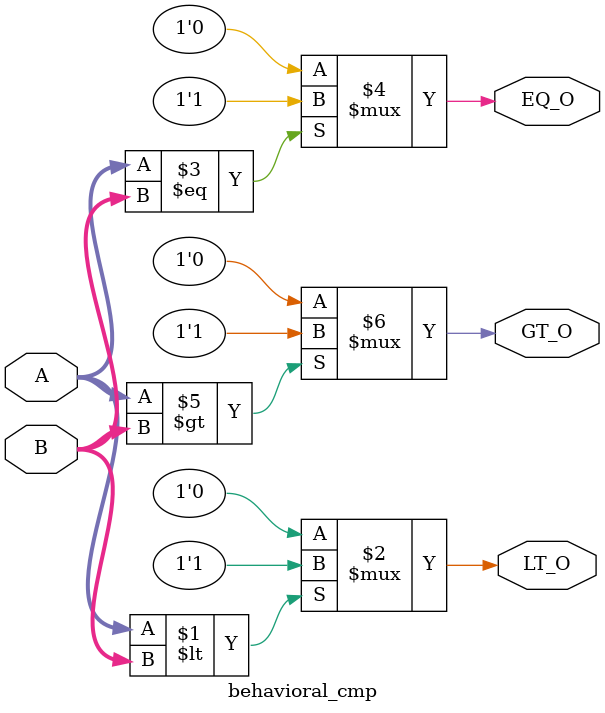
<source format=v>
`timescale 1ns / 1ps


module behavioral_cmp(
    input [3:0] A,
    input [3:0] B,
    output LT_O,
    output EQ_O,
    output GT_O
    );
    
    assign LT_O = (A < B) ? 1'b1 : 1'b0;
    assign EQ_O = (A == B) ? 1'b1 : 1'b0;
    assign GT_O = (A > B) ? 1'b1 : 1'b0;

endmodule

</source>
